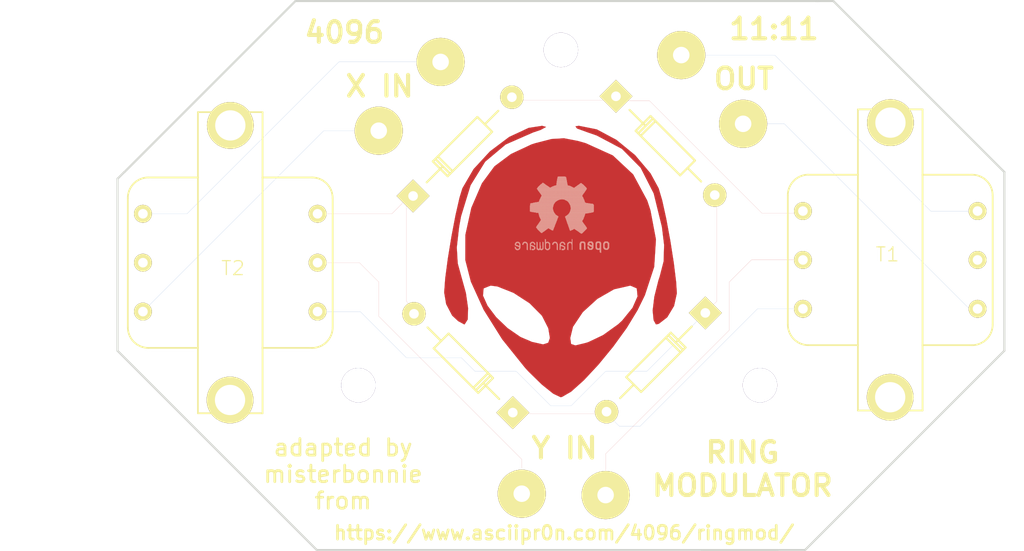
<source format=kicad_pcb>
(kicad_pcb (version 4) (host pcbnew 4.0.2-1.fc23-product)
  (layers (0 F.Cu signal) (31 B.Cu signal) (34 B.Paste user) (35 F.Paste user) (36 B.SilkS user) (37 F.SilkS user) (38 B.Mask user) (39 F.Mask user) (44 Edge.Cuts user))
  (net 0 "")
  (net 1 "Net-(D1-Pad2)")
  (net 2 "Net-(D1-Pad1)")
  (net 3 "Net-(T1-Pad5)")
  (net 4 "Net-(T2-Pad5)")
  (net 5 "Net-(P1-Pad1)")
  (net 6 "Net-(P2-Pad1)")
  (net 7 "Net-(P3-Pad1)")
  (net 8 "Net-(P4-Pad1)")
  (net 9 "Net-(P5-Pad1)")
  (net 10 "Net-(P6-Pad1)")
  (net 11 "Net-(D2-Pad2)")
  (net 12 "Net-(D3-Pad1)")
  (module Diodes_ThroughHole:Diode_DO-35_SOD27_Horizontal_RM10 (layer F.Cu) (at 153.75 99.25 225)
    (fp_text reference D1 hide)
    (fp_text value D hide)
    (pad 2 thru_hole circle (at 10.16052 -0.00254 45) (size 1.69926 1.69926) (drill 0.70104) (layers *.Cu *.Mask F.SilkS) (net 1 "Net-(D1-Pad2)"))
    (pad 1 thru_hole rect (at 0.00052 -0.00254 45) (size 1.69926 1.69926) (drill 0.70104) (layers *.Cu *.Mask F.SilkS) (net 2 "Net-(D1-Pad1)"))
  )
  (module Diodes_ThroughHole:Diode_DO-35_SOD27_Horizontal_RM10 (layer F.Cu) (at 139.75 106.5 135)
    (fp_text reference D2 hide)
    (fp_text value D hide)
    (pad 2 thru_hole circle (at 10.16052 -0.00254 315) (size 1.69926 1.69926) (drill 0.70104) (layers *.Cu *.Mask F.SilkS) (net 11 "Net-(D2-Pad2)"))
    (pad 1 thru_hole rect (at 0.00052 -0.00254 315) (size 1.69926 1.69926) (drill 0.70104) (layers *.Cu *.Mask F.SilkS) (net 1 "Net-(D1-Pad2)"))
  )
  (module Diodes_ThroughHole:Diode_DO-35_SOD27_Horizontal_RM10 (layer F.Cu) (at 147.25 83.5 315)
    (fp_text reference D3 hide)
    (fp_text value D hide)
    (pad 2 thru_hole circle (at 10.16052 -0.00254 135) (size 1.69926 1.69926) (drill 0.70104) (layers *.Cu *.Mask F.SilkS) (net 2 "Net-(D1-Pad1)"))
    (pad 1 thru_hole rect (at 0.00052 -0.00254 135) (size 1.69926 1.69926) (drill 0.70104) (layers *.Cu *.Mask F.SilkS) (net 12 "Net-(D3-Pad1)"))
  )
  (module Diodes_ThroughHole:Diode_DO-35_SOD27_Horizontal_RM10 (layer F.Cu) (at 132.5 90.75 45)
    (fp_text reference D4 hide)
    (fp_text value D hide)
    (pad 2 thru_hole circle (at 10.16052 -0.00254 225) (size 1.69926 1.69926) (drill 0.70104) (layers *.Cu *.Mask F.SilkS) (net 12 "Net-(D3-Pad1)"))
    (pad 1 thru_hole rect (at 0.00052 -0.00254 225) (size 1.69926 1.69926) (drill 0.70104) (layers *.Cu *.Mask F.SilkS) (net 11 "Net-(D2-Pad2)"))
  )
  (module Wire_Pads:SolderWirePad_single_1-2mmDrill (layer F.Cu) (at 156.5 85.5)
    (fp_text reference P1 hide)
    (fp_text value CONN_01X01 hide)
    (pad 1 thru_hole circle (at 0 0) (size 3.50012 3.50012) (drill 1.19888) (layers *.Cu *.Mask F.SilkS) (net 5 "Net-(P1-Pad1)"))
  )
  (module Wire_Pads:SolderWirePad_single_1-2mmDrill (layer F.Cu) (at 152 80.5)
    (fp_text reference P2 hide)
    (fp_text value CONN_01X01 hide)
    (pad 1 thru_hole circle (at 0 0) (size 3.50012 3.50012) (drill 1.19888) (layers *.Cu *.Mask F.SilkS) (net 6 "Net-(P2-Pad1)"))
  )
  (module Wire_Pads:SolderWirePad_single_1-2mmDrill (layer F.Cu) (at 146.5 112.5)
    (fp_text reference P3 hide)
    (fp_text value CONN_01X01 hide)
    (pad 1 thru_hole circle (at 0 0) (size 3.50012 3.50012) (drill 1.19888) (layers *.Cu *.Mask F.SilkS) (net 7 "Net-(P3-Pad1)"))
  )
  (module Wire_Pads:SolderWirePad_single_1-2mmDrill (layer F.Cu) (at 140.4 112.4)
    (fp_text reference P4 hide)
    (fp_text value CONN_01X01 hide)
    (pad 1 thru_hole circle (at 0 0) (size 3.50012 3.50012) (drill 1.19888) (layers *.Cu *.Mask F.SilkS) (net 8 "Net-(P4-Pad1)"))
  )
  (module Wire_Pads:SolderWirePad_single_1-2mmDrill (layer F.Cu) (at 130 86)
    (fp_text reference P5 hide)
    (fp_text value CONN_01X01 hide)
    (pad 1 thru_hole circle (at 0 0) (size 3.50012 3.50012) (drill 1.19888) (layers *.Cu *.Mask F.SilkS) (net 9 "Net-(P5-Pad1)"))
  )
  (module Wire_Pads:SolderWirePad_single_1-2mmDrill (layer F.Cu) (at 134.5 81)
    (fp_text reference P6 hide)
    (fp_text value CONN_01X01 hide)
    (pad 1 thru_hole circle (at 0 0) (size 3.50012 3.50012) (drill 1.19888) (layers *.Cu *.Mask F.SilkS) (net 10 "Net-(P6-Pad1)"))
  )
  (module Wire_Pads:SolderWirePad_single_1mmDrill (layer F.Cu) (at 167 85)
    (fp_text reference "" (at 0 -3.81) (layer F.SilkS))
    (fp_text value SolderWirePad_single_1mmDrill hide)
  )
  (module Wire_Pads:SolderWirePad_single_1mmDrill (layer F.Cu) (at 167 105.5)
    (fp_text reference "" (at 0 -3.81) (layer F.SilkS))
    (fp_text value SolderWirePad_single_1mmDrill hide)
  )
  (module Wire_Pads:SolderWirePad_single_1mmDrill (layer F.Cu) (at 119 85.5)
    (fp_text reference "" (at -16.32 -5.05) (layer F.SilkS))
    (fp_text value SolderWirePad_single_1mmDrill hide)
  )
  (module Wire_Pads:SolderWirePad_single_1mmDrill (layer F.Cu) (at 119 105.5)
    (fp_text reference "" (at 0 -3.81) (layer F.SilkS))
    (fp_text value SolderWirePad_single_1mmDrill hide)
  )
  (module ringmod:alien5 (layer F.Cu) (at 143.22 95.5)
    (fp_text reference G*** hide)
    (fp_text value LOGO hide)
    (fp_poly (pts (xy 1.270546 -8.750388) (xy 1.833508 -8.589699) (xy 3.803677 -7.698592) (xy 5.281304 -6.322035) (xy 6.306282 -4.418691) (xy 6.538644 -3.714221) (xy 6.939447 -1.593062) (xy 6.813435 0.399278) (xy 6.134067 2.469217) (xy 5.604744 3.54886) (xy 4.819185 4.841337) (xy 3.830943 6.207422) (xy 2.752686 7.519894) (xy 1.697077 8.651529) (xy 0.776783 9.475106) (xy 0.104469 9.8634) (xy 0 9.877778) (xy -0.527548 9.628826) (xy -1.352256 8.96797) (xy -2.318257 8.024206) (xy -2.57461 7.746989) (xy -4.241638 5.671412) (xy -5.586676 3.526935) (xy -6.05731 2.492158) (xy -5.641602 2.492158) (xy -5.311904 3.226746) (xy -4.689651 4.052082) (xy -3.860575 4.851002) (xy -2.910406 5.506339) (xy -2.083539 5.859527) (xy -1.265303 6.044407) (xy -0.891283 5.923548) (xy -0.770518 5.577688) (xy 0.705556 5.577688) (xy 0.768127 6.015603) (xy 1.083425 6.119538) (xy 1.842826 5.934479) (xy 2.008711 5.88401) (xy 3.093468 5.368876) (xy 4.200387 4.57486) (xy 4.478155 4.317771) (xy 5.238085 3.380487) (xy 5.605019 2.55128) (xy 5.546655 1.967138) (xy 5.080398 1.763889) (xy 3.893939 2.032994) (xy 2.677634 2.731586) (xy 1.618557 3.696583) (xy 0.903782 4.764902) (xy 0.705556 5.577688) (xy -0.770518 5.577688) (xy -0.769294 5.574184) (xy -0.886925 4.870035) (xy -1.324496 4.004528) (xy -1.379708 3.924658) (xy -2.25017 3.048906) (xy -3.414044 2.294461) (xy -4.57876 1.832149) (xy -5.080398 1.763889) (xy -5.59301 1.965484) (xy -5.641602 2.492158) (xy -6.05731 2.492158) (xy -6.51895 1.477158) (xy -6.921698 -0.087608) (xy -6.91545 -1.936995) (xy -6.484823 -3.889704) (xy -5.714033 -5.674515) (xy -4.803767 -6.908456) (xy -3.60377 -7.803226) (xy -2.108953 -8.500946) (xy -1.833508 -8.589699) (xy -0.652455 -8.893963) (xy 0.253944 -8.947526) (xy 1.270546 -8.750388)) (layer F.Cu) (width 0.01))
    (fp_poly (pts (xy -1.04969 -9.77078) (xy -1.450738 -9.556097) (xy -1.996811 -9.371579) (xy -3.985345 -8.50063) (xy -5.480017 -7.246332) (xy -6.542627 -5.529778) (xy -7.234979 -3.272062) (xy -7.375405 -2.504354) (xy -7.546412 -1.004179) (xy -7.476331 0.150798) (xy -7.213581 1.11038) (xy -6.882778 2.300452) (xy -6.724344 3.402416) (xy -6.749886 4.22662) (xy -6.97101 4.583408) (xy -7.000879 4.586111) (xy -7.443299 4.351046) (xy -7.882824 3.940972) (xy -8.317119 3.110101) (xy -8.459614 2.265278) (xy -8.384148 1.236006) (xy -8.194713 -0.1977) (xy -7.931342 -1.806823) (xy -7.634065 -3.362348) (xy -7.342914 -4.635257) (xy -7.135201 -5.311553) (xy -6.321635 -6.707036) (xy -5.128828 -7.997911) (xy -3.737138 -9.042874) (xy -2.326924 -9.700624) (xy -1.336971 -9.854178) (xy -1.04969 -9.77078)) (layer F.Cu) (width 0.01))
    (fp_poly (pts (xy 2.637661 -9.593247) (xy 4.059457 -8.835709) (xy 5.422003 -7.722866) (xy 6.544938 -6.396019) (xy 7.135201 -5.311553) (xy 7.395397 -4.431612) (xy 7.692655 -3.079478) (xy 7.987238 -1.48432) (xy 8.239409 0.124691) (xy 8.409431 1.518386) (xy 8.459614 2.326574) (xy 8.258461 3.243772) (xy 7.760557 4.07163) (xy 7.141186 4.549583) (xy 6.939583 4.586111) (xy 6.770466 4.280145) (xy 6.702778 3.572131) (xy 6.82313 2.579066) (xy 7.121545 1.387844) (xy 7.213581 1.11038) (xy 7.501713 -0.005734) (xy 7.536371 -1.190341) (xy 7.375405 -2.504354) (xy 6.778925 -4.933872) (xy 5.830119 -6.799331) (xy 4.467186 -8.179638) (xy 2.628323 -9.153699) (xy 1.996811 -9.371579) (xy 1.197092 -9.662971) (xy 1.087277 -9.821928) (xy 1.336971 -9.854178) (xy 2.637661 -9.593247)) (layer F.Cu) (width 0.01))
  )
  (module Mounting_Holes:MountingHole_2-5mm (layer F.Cu) (at 128.516 104.51)
    (fp_text reference REF** hide)
    (fp_text value MountingHole_2-5mm hide)
    (pad 1 thru_hole circle (at 0 0) (size 2.5 2.5) (drill 2.5) (layers))
  )
  (module Mounting_Holes:MountingHole_2-5mm (layer F.Cu) (at 157.726 104.51)
    (fp_text reference REF** hide)
    (fp_text value MountingHole_2-5mm hide)
    (pad 1 thru_hole circle (at 0 0) (size 2.5 2.5) (drill 2.5) (layers))
  )
  (module Mounting_Holes:MountingHole_2-5mm (layer F.Cu) (at 143.248 80.126)
    (fp_text reference REF** hide)
    (fp_text value MountingHole_2-5mm hide)
    (pad 1 thru_hole circle (at 0 0) (size 2.5 2.5) (drill 2.5) (layers))
  )
  (module OPENHARDWARE:OSHWLOGO0.3IN (layer B.Cu) (at 147.14 88.39 180)
    (fp_text reference G*** hide)
    (fp_text value LOGO hide)
  )
  (module ringmod:trafo-xicon-42TM (layer F.Cu) (at 167.2 95.4 270)
    (fp_text reference T1 (at -0.4 0.2 360) (layer F.SilkS) (effects (font (size 1.016 1.016) (thickness 0.0889))))
    (fp_text value audio_transformer hide)
    (pad "" np_thru_hole circle (at -9.98474 -0.01524 270) (size 3.4 3.4) (drill 2.2) (layers *.Cu *.Mask F.SilkS))
    (pad "" np_thru_hole circle (at 9.98474 0.00508 270) (size 3.4 3.4) (drill 2.2) (layers *.Cu *.Mask F.SilkS))
    (pad 1 thru_hole circle (at -3.556 6.35 270) (size 1.29794 1.29794) (drill 0.6985) (layers *.Cu *.Mask F.Paste F.SilkS) (net 12 "Net-(D3-Pad1)"))
    (pad 2 thru_hole circle (at 0 6.35 270) (size 1.29794 1.29794) (drill 0.6985) (layers *.Cu *.Mask F.Paste F.SilkS) (net 7 "Net-(P3-Pad1)"))
    (pad 3 thru_hole circle (at 3.556 6.35 270) (size 1.29794 1.29794) (drill 0.6985) (layers *.Cu *.Mask F.Paste F.SilkS) (net 1 "Net-(D1-Pad2)"))
    (pad 4 thru_hole circle (at 3.556 -6.35 270) (size 1.29794 1.29794) (drill 0.6985) (layers *.Cu *.Mask F.Paste F.SilkS) (net 5 "Net-(P1-Pad1)"))
    (pad 5 thru_hole circle (at 0 -6.35 270) (size 1.29794 1.29794) (drill 0.6985) (layers *.Cu *.Mask F.Paste F.SilkS) (net 3 "Net-(T1-Pad5)"))
    (pad 6 thru_hole circle (at -3.556 -6.35 270) (size 1.29794 1.29794) (drill 0.6985) (layers *.Cu *.Mask F.Paste F.SilkS) (net 6 "Net-(P2-Pad1)"))
  )
  (module ringmod:trafo-xicon-42TM (layer F.Cu) (at 119.2 95.6 90)
    (fp_text reference T2 (at -0.4 0.2 180) (layer F.SilkS) (effects (font (size 1.016 1.016) (thickness 0.0889))))
    (fp_text value audio_transformer hide)
    (pad "" np_thru_hole circle (at -9.98474 -0.01524 90) (size 3.4 3.4) (drill 2.2) (layers *.Cu *.Mask F.SilkS))
    (pad "" np_thru_hole circle (at 9.98474 0.00508 90) (size 3.4 3.4) (drill 2.2) (layers *.Cu *.Mask F.SilkS))
    (pad 1 thru_hole circle (at -3.556 6.35 90) (size 1.29794 1.29794) (drill 0.6985) (layers *.Cu *.Mask F.Paste F.SilkS) (net 2 "Net-(D1-Pad1)"))
    (pad 2 thru_hole circle (at 0 6.35 90) (size 1.29794 1.29794) (drill 0.6985) (layers *.Cu *.Mask F.Paste F.SilkS) (net 8 "Net-(P4-Pad1)"))
    (pad 3 thru_hole circle (at 3.556 6.35 90) (size 1.29794 1.29794) (drill 0.6985) (layers *.Cu *.Mask F.Paste F.SilkS) (net 11 "Net-(D2-Pad2)"))
    (pad 4 thru_hole circle (at 3.556 -6.35 90) (size 1.29794 1.29794) (drill 0.6985) (layers *.Cu *.Mask F.Paste F.SilkS) (net 10 "Net-(P6-Pad1)"))
    (pad 5 thru_hole circle (at 0 -6.35 90) (size 1.29794 1.29794) (drill 0.6985) (layers *.Cu *.Mask F.Paste F.SilkS) (net 4 "Net-(T2-Pad5)"))
    (pad 6 thru_hole circle (at -3.556 -6.35 90) (size 1.29794 1.29794) (drill 0.6985) (layers *.Cu *.Mask F.Paste F.SilkS) (net 9 "Net-(P5-Pad1)"))
  )
  (gr_text OUT (at 156.55 82.23) (layer F.SilkS) (effects (font (size 1.5 1.5) (thickness 0.3))))
  (gr_text "X IN" (at 130.06 82.77) (layer F.SilkS) (effects (font (size 1.5 1.5) (thickness 0.3))))
  (gr_text "Y IN" (at 143.51 109.09) (layer F.SilkS) (effects (font (size 1.5 1.5) (thickness 0.3))))
  (gr_text 11:11 (at 158.742 78.602) (layer F.SilkS) (effects (font (size 1.5 1.5) (thickness 0.3))))
  (gr_text 4096 (at 127.5 78.856) (layer F.SilkS) (effects (font (size 1.5 1.5) (thickness 0.3))))
  (gr_line (start 163.06 76.57) (end 161.79 76.57) (angle 90) (layer Edge.Cuts) (width 0.15))
  (gr_line (start 175.506 89.016) (end 163.06 76.57) (angle 90) (layer Edge.Cuts) (width 0.15))
  (gr_line (start 123.944 76.57) (end 162.044 76.57) (angle 90) (layer Edge.Cuts) (width 0.15))
  (gr_line (start 111.498 89.016) (end 123.944 76.57) (angle 90) (layer Edge.Cuts) (width 0.15))
  (gr_line (start 175.5 102) (end 161 116.5) (angle 90) (layer Edge.Cuts) (width 0.15))
  (gr_text "adapted by\nmisterbonnie\nfrom" (at 127.41 110.98) (layer F.SilkS) (effects (font (size 1.2 1.2) (thickness 0.2))))
  (gr_text "RING\nMODULATOR\n" (at 156.456 110.606) (layer F.SilkS) (effects (font (size 1.5 1.5) (thickness 0.3))))
  (gr_text https://www.asciipr0n.com/4096/ringmod/ (at 143.48 115.25) (layer F.SilkS) (effects (font (size 1 1) (thickness 0.2))))
  (gr_line (start 111 102) (end 125.5 116.5) (angle 90) (layer Edge.Cuts) (width 0.15))
  (gr_line (start 111 89.5) (end 111 102) (angle 90) (layer Edge.Cuts) (width 0.15))
  (gr_line (start 111.5 89) (end 111 89.5) (angle 90) (layer Edge.Cuts) (width 0.15))
  (gr_line (start 161 116.5) (end 125.5 116.5) (angle 90) (layer Edge.Cuts) (width 0.15))
  (gr_line (start 175.5 89) (end 175.5 102) (angle 90) (layer Edge.Cuts) (width 0.15))
  (gr_line (start 153.5 116.5) (end 159 116.5) (angle 90) (layer Edge.Cuts) (width 0.15))
  (segment (start 146.413631 106.582777) (end 146.498572 106.497836) (width 0.006) (layer F.Cu) (net 1))
  (segment (start 140.186369 106.582777) (end 146.413631 106.582777) (width 0.006) (layer F.Cu) (net 1))
  (segment (start 160.85 98.956) (end 157.544 98.956) (width 0.006) (layer B.Cu) (net 1))
  (segment (start 157.544 98.956) (end 149 107.5) (width 0.006) (layer B.Cu) (net 1))
  (segment (start 149 107.5) (end 147.500736 107.5) (width 0.006) (layer B.Cu) (net 1))
  (segment (start 147.500736 107.5) (end 146.498572 106.497836) (width 0.006) (layer B.Cu) (net 1))
  (segment (start 154.597836 98.398572) (end 153.682777 99.313631) (width 0.006) (layer F.Cu) (net 2))
  (segment (start 154.597836 91.001428) (end 154.597836 98.398572) (width 0.006) (layer F.Cu) (net 2))
  (segment (start 153.682777 99.313631) (end 153.682777 99.317223) (width 0.006) (layer B.Cu) (net 2))
  (segment (start 153.682777 99.317223) (end 149.5 103.5) (width 0.006) (layer B.Cu) (net 2))
  (segment (start 149.5 103.5) (end 146.5 103.5) (width 0.006) (layer B.Cu) (net 2))
  (segment (start 146.5 103.5) (end 144 106) (width 0.006) (layer B.Cu) (net 2))
  (segment (start 144 106) (end 142.5 106) (width 0.006) (layer B.Cu) (net 2))
  (segment (start 142.5 106) (end 140.5 104) (width 0.006) (layer B.Cu) (net 2))
  (segment (start 140.5 104) (end 140 103.5) (width 0.006) (layer B.Cu) (net 2))
  (segment (start 140 103.5) (end 137 103.5) (width 0.006) (layer B.Cu) (net 2))
  (segment (start 137 103.5) (end 136 102.5) (width 0.006) (layer B.Cu) (net 2))
  (segment (start 136 102.5) (end 133 102.5) (width 0.006) (layer B.Cu) (net 2))
  (segment (start 133 102.5) (end 132 102.5) (width 0.006) (layer B.Cu) (net 2))
  (segment (start 132 102.5) (end 128.656 99.156) (width 0.006) (layer B.Cu) (net 2))
  (segment (start 128.656 99.156) (end 125.55 99.156) (width 0.006) (layer B.Cu) (net 2))
  (segment (start 156.5 85.5) (end 159.5 85.5) (width 0.006) (layer B.Cu) (net 5))
  (segment (start 159.5 85.5) (end 172.956 98.956) (width 0.006) (layer B.Cu) (net 5))
  (segment (start 172.956 98.956) (end 173.55 98.956) (width 0.006) (layer B.Cu) (net 5))
  (segment (start 173.55 91.844) (end 170.144 91.844) (width 0.006) (layer B.Cu) (net 6))
  (segment (start 158.8 80.5) (end 152 80.5) (width 0.006) (layer B.Cu) (net 6))
  (segment (start 170.144 91.844) (end 158.8 80.5) (width 0.006) (layer B.Cu) (net 6))
  (segment (start 146.5 112.5) (end 146.5 109.5) (width 0.006) (layer F.Cu) (net 7))
  (segment (start 157.1 95.4) (end 160.85 95.4) (width 0.006) (layer F.Cu) (net 7))
  (segment (start 155.5 97) (end 157.1 95.4) (width 0.006) (layer F.Cu) (net 7))
  (segment (start 155.5 100.5) (end 155.5 97) (width 0.006) (layer F.Cu) (net 7))
  (segment (start 146.5 109.5) (end 155.5 100.5) (width 0.006) (layer F.Cu) (net 7))
  (segment (start 140.4 112.4) (end 140.4 109.9) (width 0.006) (layer F.Cu) (net 8))
  (segment (start 128.6 95.6) (end 125.55 95.6) (width 0.006) (layer F.Cu) (net 8))
  (segment (start 130 97) (end 128.6 95.6) (width 0.006) (layer F.Cu) (net 8))
  (segment (start 130 99.5) (end 130 97) (width 0.006) (layer F.Cu) (net 8))
  (segment (start 140.4 109.9) (end 130 99.5) (width 0.006) (layer F.Cu) (net 8))
  (segment (start 126.006 86) (end 112.85 99.156) (width 0.006) (layer B.Cu) (net 9))
  (segment (start 130 86) (end 126.006 86) (width 0.006) (layer B.Cu) (net 9))
  (segment (start 112.85 92.044) (end 116.056 92.044) (width 0.006) (layer B.Cu) (net 10))
  (segment (start 127.1 81) (end 134.5 81) (width 0.006) (layer B.Cu) (net 10))
  (segment (start 116.056 92.044) (end 127.1 81) (width 0.006) (layer B.Cu) (net 10))
  (segment (start 132.017223 98.413631) (end 133.002164 99.398572) (width 0.006) (layer F.Cu) (net 11))
  (segment (start 132.017223 90.986369) (end 132.013631 90.986369) (width 0.006) (layer F.Cu) (net 11))
  (segment (start 132.017223 90.986369) (end 132.017223 98.413631) (width 0.006) (layer F.Cu) (net 11))
  (segment (start 132.013631 90.986369) (end 130.956 92.044) (width 0.006) (layer F.Cu) (net 11))
  (segment (start 130.956 92.044) (end 125.55 92.044) (width 0.006) (layer F.Cu) (net 11))
  (segment (start 147.413631 83.817223) (end 149.682777 83.817223) (width 0.006) (layer F.Cu) (net 12))
  (segment (start 149.682777 83.817223) (end 157.865554 92) (width 0.006) (layer F.Cu) (net 12))
  (segment (start 147.398572 83.802164) (end 147.413631 83.817223) (width 0.006) (layer F.Cu) (net 12))
  (segment (start 139.201428 83.802164) (end 147.398572 83.802164) (width 0.006) (layer F.Cu) (net 12))
  (segment (start 157.865554 92) (end 160.694 92) (width 0.006) (layer F.Cu) (net 12))
  (segment (start 160.694 92) (end 160.85 91.844) (width 0.006) (layer F.Cu) (net 12))
)
</source>
